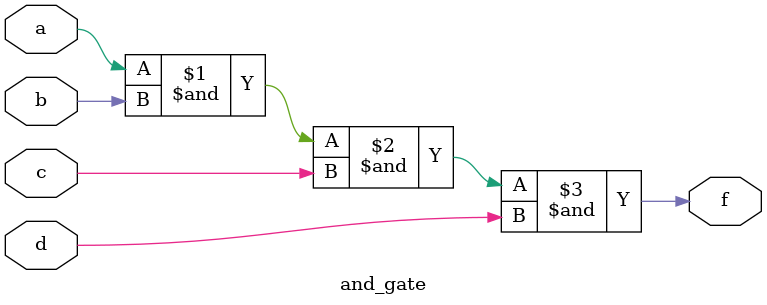
<source format=sv>
`timescale 1ns / 1ps


module and_gate(
    input logic a,
    input logic b,
    input logic c,
    input logic d,
    output logic f);
    and u_and(f,a,b,c,d);
endmodule

</source>
